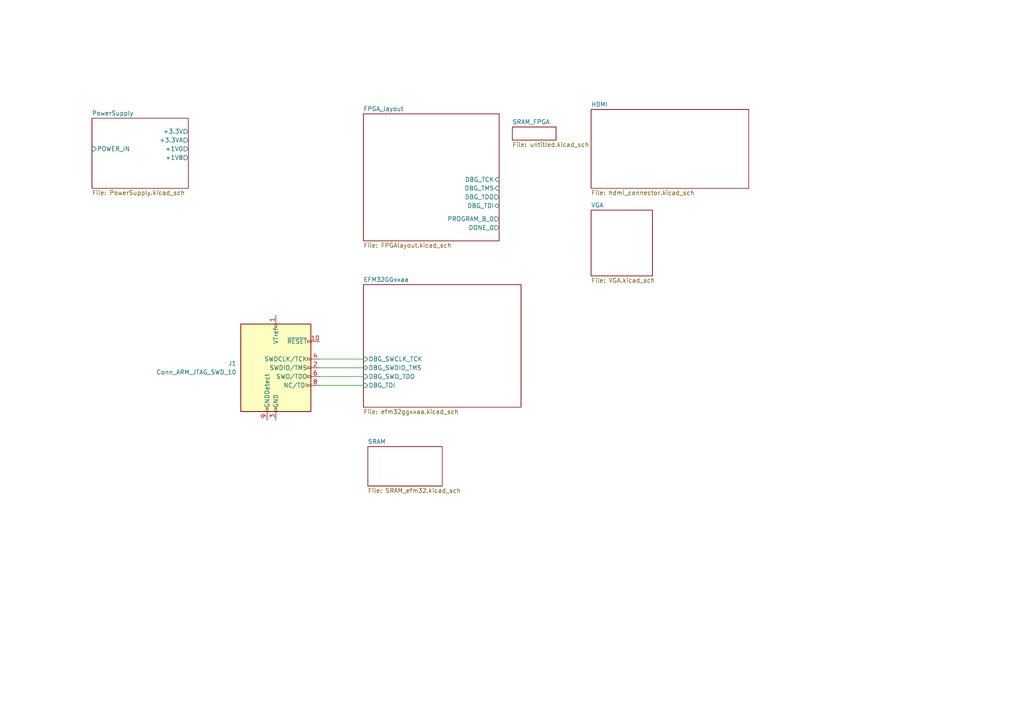
<source format=kicad_sch>
(kicad_sch (version 20230121) (generator eeschema)

  (uuid e9047d94-28be-4266-894b-6ee25ef088bd)

  (paper "A4")

  (lib_symbols
    (symbol "Connector:Conn_ARM_JTAG_SWD_10" (pin_names (offset 1.016)) (in_bom yes) (on_board yes)
      (property "Reference" "J" (at -2.54 16.51 0)
        (effects (font (size 1.27 1.27)) (justify right))
      )
      (property "Value" "Conn_ARM_JTAG_SWD_10" (at -2.54 13.97 0)
        (effects (font (size 1.27 1.27)) (justify right bottom))
      )
      (property "Footprint" "" (at 0 0 0)
        (effects (font (size 1.27 1.27)) hide)
      )
      (property "Datasheet" "http://infocenter.arm.com/help/topic/com.arm.doc.ddi0314h/DDI0314H_coresight_components_trm.pdf" (at -8.89 -31.75 90)
        (effects (font (size 1.27 1.27)) hide)
      )
      (property "ki_keywords" "Cortex Debug Connector ARM SWD JTAG" (at 0 0 0)
        (effects (font (size 1.27 1.27)) hide)
      )
      (property "ki_description" "Cortex Debug Connector, standard ARM Cortex-M SWD and JTAG interface" (at 0 0 0)
        (effects (font (size 1.27 1.27)) hide)
      )
      (property "ki_fp_filters" "PinHeader?2x05?P1.27mm*" (at 0 0 0)
        (effects (font (size 1.27 1.27)) hide)
      )
      (symbol "Conn_ARM_JTAG_SWD_10_0_1"
        (rectangle (start -10.16 12.7) (end 10.16 -12.7)
          (stroke (width 0.254) (type default))
          (fill (type background))
        )
        (rectangle (start -2.794 -12.7) (end -2.286 -11.684)
          (stroke (width 0) (type default))
          (fill (type none))
        )
        (rectangle (start -0.254 -12.7) (end 0.254 -11.684)
          (stroke (width 0) (type default))
          (fill (type none))
        )
        (rectangle (start -0.254 12.7) (end 0.254 11.684)
          (stroke (width 0) (type default))
          (fill (type none))
        )
        (rectangle (start 9.144 2.286) (end 10.16 2.794)
          (stroke (width 0) (type default))
          (fill (type none))
        )
        (rectangle (start 10.16 -2.794) (end 9.144 -2.286)
          (stroke (width 0) (type default))
          (fill (type none))
        )
        (rectangle (start 10.16 -0.254) (end 9.144 0.254)
          (stroke (width 0) (type default))
          (fill (type none))
        )
        (rectangle (start 10.16 7.874) (end 9.144 7.366)
          (stroke (width 0) (type default))
          (fill (type none))
        )
      )
      (symbol "Conn_ARM_JTAG_SWD_10_1_1"
        (rectangle (start 9.144 -5.334) (end 10.16 -4.826)
          (stroke (width 0) (type default))
          (fill (type none))
        )
        (pin power_in line (at 0 15.24 270) (length 2.54)
          (name "VTref" (effects (font (size 1.27 1.27))))
          (number "1" (effects (font (size 1.27 1.27))))
        )
        (pin open_collector line (at 12.7 7.62 180) (length 2.54)
          (name "~{RESET}" (effects (font (size 1.27 1.27))))
          (number "10" (effects (font (size 1.27 1.27))))
        )
        (pin bidirectional line (at 12.7 0 180) (length 2.54)
          (name "SWDIO/TMS" (effects (font (size 1.27 1.27))))
          (number "2" (effects (font (size 1.27 1.27))))
        )
        (pin power_in line (at 0 -15.24 90) (length 2.54)
          (name "GND" (effects (font (size 1.27 1.27))))
          (number "3" (effects (font (size 1.27 1.27))))
        )
        (pin output line (at 12.7 2.54 180) (length 2.54)
          (name "SWDCLK/TCK" (effects (font (size 1.27 1.27))))
          (number "4" (effects (font (size 1.27 1.27))))
        )
        (pin passive line (at 0 -15.24 90) (length 2.54) hide
          (name "GND" (effects (font (size 1.27 1.27))))
          (number "5" (effects (font (size 1.27 1.27))))
        )
        (pin input line (at 12.7 -2.54 180) (length 2.54)
          (name "SWO/TDO" (effects (font (size 1.27 1.27))))
          (number "6" (effects (font (size 1.27 1.27))))
        )
        (pin no_connect line (at -10.16 0 0) (length 2.54) hide
          (name "KEY" (effects (font (size 1.27 1.27))))
          (number "7" (effects (font (size 1.27 1.27))))
        )
        (pin output line (at 12.7 -5.08 180) (length 2.54)
          (name "NC/TDI" (effects (font (size 1.27 1.27))))
          (number "8" (effects (font (size 1.27 1.27))))
        )
        (pin passive line (at -2.54 -15.24 90) (length 2.54)
          (name "GNDDetect" (effects (font (size 1.27 1.27))))
          (number "9" (effects (font (size 1.27 1.27))))
        )
      )
    )
  )


  (wire (pts (xy 92.71 106.68) (xy 105.41 106.68))
    (stroke (width 0) (type default))
    (uuid 6c39ef18-e2f0-4738-8615-8cfbee2735cd)
  )
  (wire (pts (xy 92.71 104.14) (xy 105.41 104.14))
    (stroke (width 0) (type default))
    (uuid 6e17ef58-cf76-4c42-bb08-83ca96479145)
  )
  (wire (pts (xy 92.71 109.22) (xy 105.41 109.22))
    (stroke (width 0) (type default))
    (uuid b8146ddf-96ad-4c92-81d7-4cbc72af21b2)
  )
  (wire (pts (xy 92.71 111.76) (xy 105.41 111.76))
    (stroke (width 0) (type default))
    (uuid ed31f9fd-0b61-461c-a83d-f7dac40ec1ea)
  )

  (symbol (lib_id "Connector:Conn_ARM_JTAG_SWD_10") (at 80.01 106.68 0) (unit 1)
    (in_bom yes) (on_board yes) (dnp no) (fields_autoplaced)
    (uuid c909b44e-6d1c-4229-8dcb-cab161be1533)
    (property "Reference" "J1" (at 68.58 105.41 0)
      (effects (font (size 1.27 1.27)) (justify right))
    )
    (property "Value" "Conn_ARM_JTAG_SWD_10" (at 68.58 107.95 0)
      (effects (font (size 1.27 1.27)) (justify right))
    )
    (property "Footprint" "Connector_PinHeader_1.27mm:PinHeader_2x05_P1.27mm_Vertical" (at 80.01 106.68 0)
      (effects (font (size 1.27 1.27)) hide)
    )
    (property "Datasheet" "http://infocenter.arm.com/help/topic/com.arm.doc.ddi0314h/DDI0314H_coresight_components_trm.pdf" (at 71.12 138.43 90)
      (effects (font (size 1.27 1.27)) hide)
    )
    (pin "1" (uuid b0faee13-d3a4-4e95-933a-87724d7b0da0))
    (pin "10" (uuid 3983c534-1b4e-4c71-b264-0be001af4b15))
    (pin "2" (uuid 6ba16374-9a8b-4322-ab16-854d0680c4a6))
    (pin "3" (uuid bf5f8201-383d-4353-9cd2-8eeb9142f10f))
    (pin "4" (uuid de6f609f-6ad0-472d-8492-e5b67cc2dbbd))
    (pin "5" (uuid d5f290a6-00bb-4e3b-9263-49892dddcfe3))
    (pin "6" (uuid 506b737c-4ba9-48ec-a8fe-26c55c47f503))
    (pin "7" (uuid 91592b3d-b7e1-4da2-be3d-0bf42f8060c6))
    (pin "8" (uuid fd5c13a5-552c-4787-9a27-3ddb012d0111))
    (pin "9" (uuid 39e22347-1b04-4f72-9679-52194253a97c))
    (instances
      (project "RayTracingPCB"
        (path "/e9047d94-28be-4266-894b-6ee25ef088bd/f9a74965-bde5-47a2-9f66-243cb6fc0f53"
          (reference "J1") (unit 1)
        )
        (path "/e9047d94-28be-4266-894b-6ee25ef088bd"
          (reference "J1") (unit 1)
        )
      )
    )
  )

  (sheet (at 26.67 34.29) (size 27.94 20.32) (fields_autoplaced)
    (stroke (width 0.1524) (type solid))
    (fill (color 0 0 0 0.0000))
    (uuid 30b429a8-b068-46fd-8deb-ee4af8cda04e)
    (property "Sheetname" "PowerSupply" (at 26.67 33.5784 0)
      (effects (font (size 1.27 1.27)) (justify left bottom))
    )
    (property "Sheetfile" "PowerSupply.kicad_sch" (at 26.67 55.1946 0)
      (effects (font (size 1.27 1.27)) (justify left top))
    )
    (property "VCC" "OUT" (at 26.67 34.29 0)
      (effects (font (size 1.27 1.27)) (justify right top) hide)
    )
    (pin "+3.3V" output (at 54.61 38.1 0)
      (effects (font (size 1.27 1.27)) (justify right))
      (uuid 61337f94-803d-4994-8fed-bc6350789014)
    )
    (pin "+3.3VA" output (at 54.61 40.64 0)
      (effects (font (size 1.27 1.27)) (justify right))
      (uuid d7024dc0-5b79-461e-90f2-24b598457f99)
    )
    (pin "+1V0" output (at 54.61 43.18 0)
      (effects (font (size 1.27 1.27)) (justify right))
      (uuid c1ab02bc-dfad-496b-82a3-59190b5cde4e)
    )
    (pin "POWER_IN" input (at 26.67 43.18 180)
      (effects (font (size 1.27 1.27)) (justify left))
      (uuid e16848f7-12f8-4af7-9ac3-6c4272e01375)
    )
    (pin "+1V8" output (at 54.61 45.72 0)
      (effects (font (size 1.27 1.27)) (justify right))
      (uuid 72b722c5-f107-44fe-aff1-fbec147f04e7)
    )
    (instances
      (project "RayTracingPCB"
        (path "/e9047d94-28be-4266-894b-6ee25ef088bd" (page "2"))
      )
    )
  )

  (sheet (at 105.41 33.02) (size 39.37 36.83) (fields_autoplaced)
    (stroke (width 0.1524) (type solid))
    (fill (color 0 0 0 0.0000))
    (uuid 5a7a2c0a-f09d-4b4f-9411-f51dd121457c)
    (property "Sheetname" "FPGA_layout" (at 105.41 32.3084 0)
      (effects (font (size 1.27 1.27)) (justify left bottom))
    )
    (property "Sheetfile" "FPGAlayout.kicad_sch" (at 105.41 70.4346 0)
      (effects (font (size 1.27 1.27)) (justify left top))
    )
    (pin "DONE_0" output (at 144.78 66.04 0)
      (effects (font (size 1.27 1.27)) (justify right))
      (uuid 55e55021-7ba2-4ed1-a389-0695ba24d78d)
    )
    (pin "DBG_TMS" input (at 144.78 54.61 0)
      (effects (font (size 1.27 1.27)) (justify right))
      (uuid 51ffd849-93cc-4c14-ba44-1f6dfb73bbff)
    )
    (pin "DBG_TDO" output (at 144.78 57.15 0)
      (effects (font (size 1.27 1.27)) (justify right))
      (uuid 3f8accee-e255-4ecf-a136-07dbea00d02b)
    )
    (pin "DBG_TDI" bidirectional (at 144.78 59.69 0)
      (effects (font (size 1.27 1.27)) (justify right))
      (uuid 15cc8be4-9e88-4c1d-8578-4534e09a0eb8)
    )
    (pin "PROGRAM_B_0" output (at 144.78 63.5 0)
      (effects (font (size 1.27 1.27)) (justify right))
      (uuid 1a36517a-dcdd-413b-9b59-3950d5646734)
    )
    (pin "DBG_TCK" input (at 144.78 52.07 0)
      (effects (font (size 1.27 1.27)) (justify right))
      (uuid 3a5a31a7-3542-47e2-a773-2d4e0c0059e6)
    )
    (instances
      (project "RayTracingPCB"
        (path "/e9047d94-28be-4266-894b-6ee25ef088bd" (page "3"))
      )
    )
  )

  (sheet (at 171.45 60.96) (size 17.78 19.05) (fields_autoplaced)
    (stroke (width 0.1524) (type solid))
    (fill (color 0 0 0 0.0000))
    (uuid 760de0cd-a539-410a-930b-c8ea7f36c5e7)
    (property "Sheetname" "VGA" (at 171.45 60.2484 0)
      (effects (font (size 1.27 1.27)) (justify left bottom))
    )
    (property "Sheetfile" "VGA.kicad_sch" (at 171.45 80.5946 0)
      (effects (font (size 1.27 1.27)) (justify left top))
    )
    (instances
      (project "RayTracingPCB"
        (path "/e9047d94-28be-4266-894b-6ee25ef088bd" (page "6"))
      )
    )
  )

  (sheet (at 171.45 31.75) (size 45.72 22.86) (fields_autoplaced)
    (stroke (width 0.1524) (type solid))
    (fill (color 0 0 0 0.0000))
    (uuid 81518b75-edd1-4c8b-a158-389aac8d5196)
    (property "Sheetname" "HDMI" (at 171.45 31.0384 0)
      (effects (font (size 1.27 1.27)) (justify left bottom))
    )
    (property "Sheetfile" "hdmi_connector.kicad_sch" (at 171.45 55.1946 0)
      (effects (font (size 1.27 1.27)) (justify left top))
    )
    (instances
      (project "RayTracingPCB"
        (path "/e9047d94-28be-4266-894b-6ee25ef088bd" (page "5"))
      )
    )
  )

  (sheet (at 148.59 36.83) (size 12.7 3.81) (fields_autoplaced)
    (stroke (width 0.1524) (type solid))
    (fill (color 0 0 0 0.0000))
    (uuid 9bdc0e5f-64f6-460a-91de-0c1b5a4e8753)
    (property "Sheetname" "SRAM_FPGA" (at 148.59 36.1184 0)
      (effects (font (size 1.27 1.27)) (justify left bottom))
    )
    (property "Sheetfile" "untitled.kicad_sch" (at 148.59 41.2246 0)
      (effects (font (size 1.27 1.27)) (justify left top))
    )
    (instances
      (project "RayTracingPCB"
        (path "/e9047d94-28be-4266-894b-6ee25ef088bd" (page "10"))
      )
    )
  )

  (sheet (at 106.68 129.54) (size 21.59 11.43) (fields_autoplaced)
    (stroke (width 0.1524) (type solid))
    (fill (color 0 0 0 0.0000))
    (uuid e35285fd-162a-4f7e-974b-e69dceb1cfdc)
    (property "Sheetname" "SRAM" (at 106.68 128.8284 0)
      (effects (font (size 1.27 1.27)) (justify left bottom))
    )
    (property "Sheetfile" "SRAM_efm32.kicad_sch" (at 106.68 141.5546 0)
      (effects (font (size 1.27 1.27)) (justify left top))
    )
    (instances
      (project "RayTracingPCB"
        (path "/e9047d94-28be-4266-894b-6ee25ef088bd" (page "9"))
      )
    )
  )

  (sheet (at 105.41 82.55) (size 45.72 35.56) (fields_autoplaced)
    (stroke (width 0.1524) (type solid))
    (fill (color 0 0 0 0.0000))
    (uuid f9a74965-bde5-47a2-9f66-243cb6fc0f53)
    (property "Sheetname" "EFM32GGxxaa" (at 105.41 81.8384 0)
      (effects (font (size 1.27 1.27)) (justify left bottom))
    )
    (property "Sheetfile" "efm32ggxxaa.kicad_sch" (at 105.41 118.6946 0)
      (effects (font (size 1.27 1.27)) (justify left top))
    )
    (pin "DBG_TDI" input (at 105.41 111.76 180)
      (effects (font (size 1.27 1.27)) (justify left))
      (uuid d84fa571-536a-4e42-9b31-516513049365)
    )
    (pin "DBG_SWCLK_TCK" input (at 105.41 104.14 180)
      (effects (font (size 1.27 1.27)) (justify left))
      (uuid d370c14f-e4e9-4ad4-8f12-d065ba42228d)
    )
    (pin "DBG_SWDIO_TMS" bidirectional (at 105.41 106.68 180)
      (effects (font (size 1.27 1.27)) (justify left))
      (uuid ad89f9a7-1f40-4a61-8e35-b7fffc1eab0d)
    )
    (pin "DBG_SWO_TDO" input (at 105.41 109.22 180)
      (effects (font (size 1.27 1.27)) (justify left))
      (uuid a65aaa13-daf2-4031-9857-1ddf2df36d71)
    )
    (instances
      (project "RayTracingPCB"
        (path "/e9047d94-28be-4266-894b-6ee25ef088bd" (page "4"))
      )
    )
  )

  (sheet_instances
    (path "/" (page "1"))
  )
)

</source>
